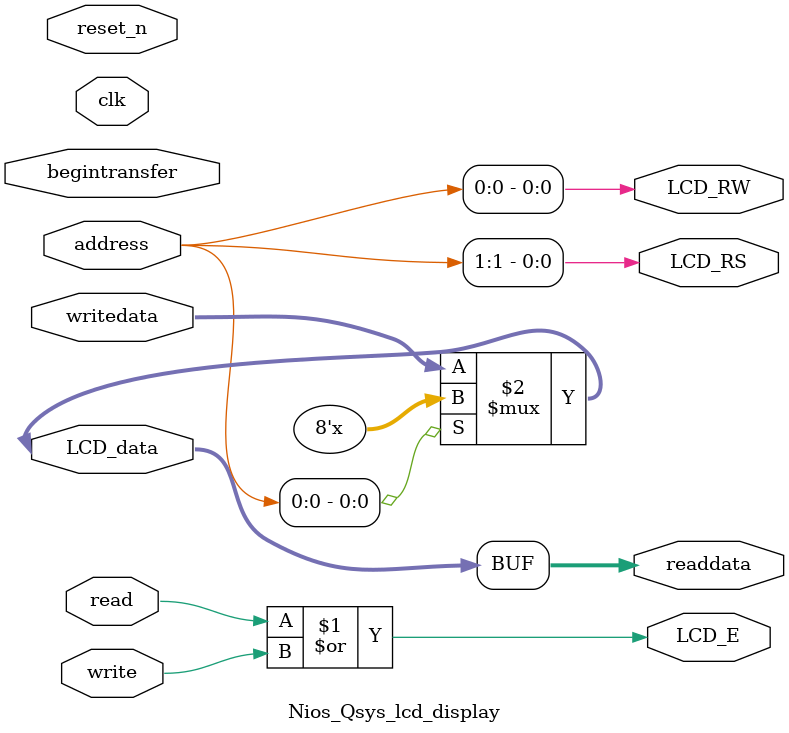
<source format=v>

`timescale 1ns / 1ps
// synthesis translate_on

// turn off superfluous verilog processor warnings 
// altera message_level Level1 
// altera message_off 10034 10035 10036 10037 10230 10240 10030 

module Nios_Qsys_lcd_display (
                               // inputs:
                                address,
                                begintransfer,
                                clk,
                                read,
                                reset_n,
                                write,
                                writedata,

                               // outputs:
                                LCD_E,
                                LCD_RS,
                                LCD_RW,
                                LCD_data,
                                readdata
                             )
;

  output           LCD_E;
  output           LCD_RS;
  output           LCD_RW;
  inout   [  7: 0] LCD_data;
  output  [  7: 0] readdata;
  input   [  1: 0] address;
  input            begintransfer;
  input            clk;
  input            read;
  input            reset_n;
  input            write;
  input   [  7: 0] writedata;

  wire             LCD_E;
  wire             LCD_RS;
  wire             LCD_RW;
  wire    [  7: 0] LCD_data;
  wire    [  7: 0] readdata;
  assign LCD_RW = address[0];
  assign LCD_RS = address[1];
  assign LCD_E = read | write;
  assign LCD_data = (address[0]) ? {8{1'bz}} : writedata;
  assign readdata = LCD_data;
  //control_slave, which is an e_avalon_slave

endmodule


</source>
